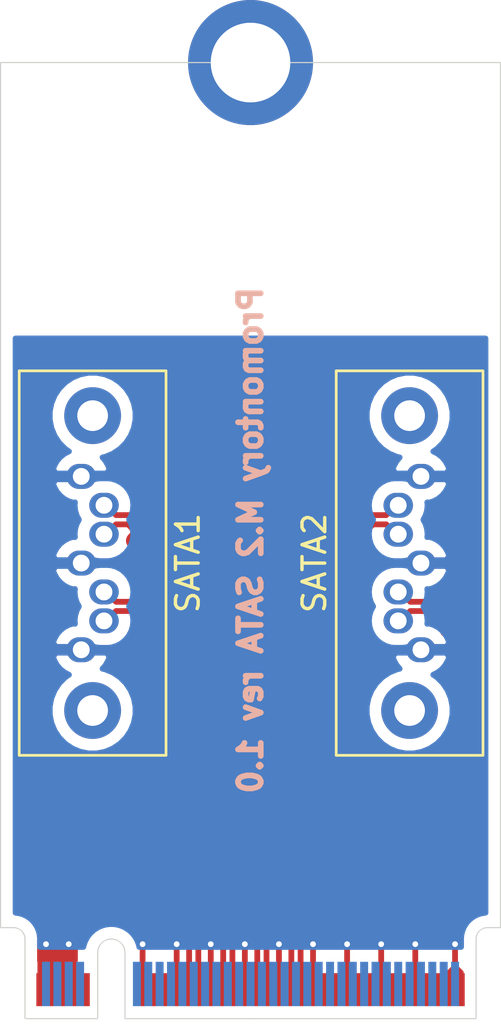
<source format=kicad_pcb>
(kicad_pcb (version 20171130) (host pcbnew "(5.1.9)-1")

  (general
    (thickness 0.8)
    (drawings 4)
    (tracks 217)
    (zones 0)
    (modules 4)
    (nets 55)
  )

  (page A4)
  (layers
    (0 F.Cu signal)
    (31 B.Cu signal)
    (36 B.SilkS user)
    (37 F.SilkS user)
    (38 B.Mask user)
    (39 F.Mask user)
    (40 Dwgs.User user)
    (41 Cmts.User user)
    (44 Edge.Cuts user)
    (45 Margin user)
    (46 B.CrtYd user)
    (47 F.CrtYd user)
    (48 B.Fab user hide)
    (49 F.Fab user hide)
  )

  (setup
    (last_trace_width 0.1524)
    (user_trace_width 0.254)
    (trace_clearance 0.1524)
    (zone_clearance 0.508)
    (zone_45_only no)
    (trace_min 0.1524)
    (via_size 0.508)
    (via_drill 0.254)
    (via_min_size 0.508)
    (via_min_drill 0.254)
    (user_via 0.508 0.254)
    (uvia_size 0.3)
    (uvia_drill 0.1)
    (uvias_allowed no)
    (uvia_min_size 0)
    (uvia_min_drill 0)
    (edge_width 0.05)
    (segment_width 0.2)
    (pcb_text_width 0.3)
    (pcb_text_size 1.5 1.5)
    (mod_edge_width 0.12)
    (mod_text_size 1 1)
    (mod_text_width 0.15)
    (pad_size 5.5 5.5)
    (pad_drill 3.5)
    (pad_to_mask_clearance 0.0508)
    (aux_axis_origin 0 0)
    (grid_origin 90 120)
    (visible_elements 7FFFFFFF)
    (pcbplotparams
      (layerselection 0x010fc_ffffffff)
      (usegerberextensions false)
      (usegerberattributes true)
      (usegerberadvancedattributes true)
      (creategerberjobfile true)
      (excludeedgelayer true)
      (linewidth 0.100000)
      (plotframeref false)
      (viasonmask false)
      (mode 1)
      (useauxorigin false)
      (hpglpennumber 1)
      (hpglpenspeed 20)
      (hpglpendiameter 15.000000)
      (psnegative false)
      (psa4output false)
      (plotreference true)
      (plotvalue true)
      (plotinvisibletext false)
      (padsonsilk false)
      (subtractmaskfromsilk false)
      (outputformat 1)
      (mirror false)
      (drillshape 1)
      (scaleselection 1)
      (outputdirectory ""))
  )

  (net 0 "")
  (net 1 GND)
  (net 2 /SATA2_B+)
  (net 3 /SATA2_B-)
  (net 4 /SATA2_A-)
  (net 5 /SATA2_A+)
  (net 6 /SATA1_B+)
  (net 7 /SATA1_B-)
  (net 8 /SATA1_A-)
  (net 9 /SATA1_A+)
  (net 10 "Net-(EDGE1-Pad2)")
  (net 11 "Net-(EDGE1-Pad4)")
  (net 12 "Net-(EDGE1-Pad5)")
  (net 13 "Net-(EDGE1-Pad6)")
  (net 14 "Net-(EDGE1-Pad7)")
  (net 15 "Net-(EDGE1-Pad8)")
  (net 16 "Net-(EDGE1-Pad10)")
  (net 17 "Net-(EDGE1-Pad11)")
  (net 18 "Net-(EDGE1-Pad12)")
  (net 19 "Net-(EDGE1-Pad13)")
  (net 20 "Net-(EDGE1-Pad14)")
  (net 21 "Net-(EDGE1-Pad16)")
  (net 22 "Net-(EDGE1-Pad17)")
  (net 23 "Net-(EDGE1-Pad18)")
  (net 24 "Net-(EDGE1-Pad19)")
  (net 25 "Net-(EDGE1-Pad20)")
  (net 26 "Net-(EDGE1-Pad22)")
  (net 27 "Net-(EDGE1-Pad23)")
  (net 28 "Net-(EDGE1-Pad24)")
  (net 29 "Net-(EDGE1-Pad25)")
  (net 30 "Net-(EDGE1-Pad26)")
  (net 31 "Net-(EDGE1-Pad28)")
  (net 32 "Net-(EDGE1-Pad30)")
  (net 33 "Net-(EDGE1-Pad32)")
  (net 34 "Net-(EDGE1-Pad34)")
  (net 35 "Net-(EDGE1-Pad36)")
  (net 36 "Net-(EDGE1-Pad38)")
  (net 37 "Net-(EDGE1-Pad40)")
  (net 38 "Net-(EDGE1-Pad42)")
  (net 39 "Net-(EDGE1-Pad44)")
  (net 40 "Net-(EDGE1-Pad46)")
  (net 41 "Net-(EDGE1-Pad48)")
  (net 42 "Net-(EDGE1-Pad50)")
  (net 43 "Net-(EDGE1-Pad52)")
  (net 44 "Net-(EDGE1-Pad53)")
  (net 45 "Net-(EDGE1-Pad54)")
  (net 46 "Net-(EDGE1-Pad55)")
  (net 47 "Net-(EDGE1-Pad56)")
  (net 48 "Net-(EDGE1-Pad58)")
  (net 49 "Net-(EDGE1-Pad67)")
  (net 50 "Net-(EDGE1-Pad68)")
  (net 51 "Net-(EDGE1-Pad70)")
  (net 52 "Net-(EDGE1-Pad72)")
  (net 53 "Net-(EDGE1-Pad74)")
  (net 54 "Net-(H1-Pad1)")

  (net_class Default "This is the default net class."
    (clearance 0.1524)
    (trace_width 0.1524)
    (via_dia 0.508)
    (via_drill 0.254)
    (uvia_dia 0.3)
    (uvia_drill 0.1)
    (diff_pair_width 0.2)
    (diff_pair_gap 0.2)
    (add_net GND)
    (add_net "Net-(EDGE1-Pad10)")
    (add_net "Net-(EDGE1-Pad11)")
    (add_net "Net-(EDGE1-Pad12)")
    (add_net "Net-(EDGE1-Pad13)")
    (add_net "Net-(EDGE1-Pad14)")
    (add_net "Net-(EDGE1-Pad16)")
    (add_net "Net-(EDGE1-Pad17)")
    (add_net "Net-(EDGE1-Pad18)")
    (add_net "Net-(EDGE1-Pad19)")
    (add_net "Net-(EDGE1-Pad2)")
    (add_net "Net-(EDGE1-Pad20)")
    (add_net "Net-(EDGE1-Pad22)")
    (add_net "Net-(EDGE1-Pad23)")
    (add_net "Net-(EDGE1-Pad24)")
    (add_net "Net-(EDGE1-Pad25)")
    (add_net "Net-(EDGE1-Pad26)")
    (add_net "Net-(EDGE1-Pad28)")
    (add_net "Net-(EDGE1-Pad30)")
    (add_net "Net-(EDGE1-Pad32)")
    (add_net "Net-(EDGE1-Pad34)")
    (add_net "Net-(EDGE1-Pad36)")
    (add_net "Net-(EDGE1-Pad38)")
    (add_net "Net-(EDGE1-Pad4)")
    (add_net "Net-(EDGE1-Pad40)")
    (add_net "Net-(EDGE1-Pad42)")
    (add_net "Net-(EDGE1-Pad44)")
    (add_net "Net-(EDGE1-Pad46)")
    (add_net "Net-(EDGE1-Pad48)")
    (add_net "Net-(EDGE1-Pad5)")
    (add_net "Net-(EDGE1-Pad50)")
    (add_net "Net-(EDGE1-Pad52)")
    (add_net "Net-(EDGE1-Pad53)")
    (add_net "Net-(EDGE1-Pad54)")
    (add_net "Net-(EDGE1-Pad55)")
    (add_net "Net-(EDGE1-Pad56)")
    (add_net "Net-(EDGE1-Pad58)")
    (add_net "Net-(EDGE1-Pad6)")
    (add_net "Net-(EDGE1-Pad67)")
    (add_net "Net-(EDGE1-Pad68)")
    (add_net "Net-(EDGE1-Pad7)")
    (add_net "Net-(EDGE1-Pad70)")
    (add_net "Net-(EDGE1-Pad72)")
    (add_net "Net-(EDGE1-Pad74)")
    (add_net "Net-(EDGE1-Pad8)")
    (add_net "Net-(H1-Pad1)")
  )

  (net_class DP ""
    (clearance 0.1524)
    (trace_width 0.254)
    (via_dia 0.508)
    (via_drill 0.254)
    (uvia_dia 0.3)
    (uvia_drill 0.1)
    (diff_pair_width 0.254)
    (diff_pair_gap 0.1524)
    (add_net /SATA1_A+)
    (add_net /SATA1_A-)
    (add_net /SATA1_B+)
    (add_net /SATA1_B-)
    (add_net /SATA2_A+)
    (add_net /SATA2_A-)
    (add_net /SATA2_B+)
    (add_net /SATA2_B-)
  )

  (module m2-dual-sata:m2-hole (layer F.Cu) (tedit 607A76C5) (tstamp 607AF8CE)
    (at 101 78)
    (path /607D7C64)
    (fp_text reference H1 (at 0 6) (layer F.SilkS) hide
      (effects (font (size 1 1) (thickness 0.15)))
    )
    (fp_text value MountingHole_Pad (at 0 4) (layer F.Fab)
      (effects (font (size 1 1) (thickness 0.15)))
    )
    (pad 1 thru_hole circle (at 0 0) (size 5.5 5.5) (drill 3.5) (layers *.Cu *.Mask)
      (net 54 "Net-(H1-Pad1)"))
  )

  (module m2-dual-sata:SATA-7_THT_VERT_1 (layer F.Cu) (tedit 607998F8) (tstamp 6079F46E)
    (at 108.5 100 90)
    (path /607BE2A0)
    (fp_text reference SATA2 (at 0 -4.69 270) (layer F.SilkS)
      (effects (font (size 1 1) (thickness 0.15)))
    )
    (fp_text value SATA (at 0 -2.79 270) (layer F.Fab)
      (effects (font (size 1 1) (thickness 0.15)))
    )
    (fp_line (start 8.7 2.98) (end -8.7 2.98) (layer F.CrtYd) (width 0.05))
    (fp_line (start 8.7 2.98) (end 8.7 -3.98) (layer F.CrtYd) (width 0.05))
    (fp_line (start -8.7 -3.98) (end -8.7 2.98) (layer F.CrtYd) (width 0.05))
    (fp_line (start -8.7 -3.98) (end 8.7 -3.98) (layer F.CrtYd) (width 0.05))
    (fp_line (start -8.45 2.73) (end -8.45 -3.73) (layer F.SilkS) (width 0.12))
    (fp_line (start 8.45 2.73) (end -8.45 2.73) (layer F.SilkS) (width 0.12))
    (fp_line (start 8.45 -3.73) (end 8.45 2.73) (layer F.SilkS) (width 0.12))
    (fp_line (start -8.45 -3.73) (end 8.45 -3.73) (layer F.SilkS) (width 0.12))
    (pad 9 thru_hole circle (at 6.48 -0.5 90) (size 2.5 2.5) (drill 1.35) (layers *.Cu *.Mask))
    (pad 2 thru_hole oval (at 2.54 -1 90) (size 1.1 1.3) (drill 0.74) (layers *.Cu *.Mask)
      (net 5 /SATA2_A+))
    (pad 8 thru_hole circle (at -6.48 -0.5 90) (size 2.5 2.5) (drill 1.35) (layers *.Cu *.Mask))
    (pad 3 thru_hole oval (at 1.27 -1 90) (size 1.1 1.3) (drill 0.74) (layers *.Cu *.Mask)
      (net 4 /SATA2_A-))
    (pad 5 thru_hole oval (at -1.27 -1 90) (size 1.1 1.3) (drill 0.74) (layers *.Cu *.Mask)
      (net 3 /SATA2_B-))
    (pad 6 thru_hole oval (at -2.54 -1 90) (size 1.1 1.3) (drill 0.74) (layers *.Cu *.Mask)
      (net 2 /SATA2_B+))
    (pad 7 thru_hole oval (at -3.81 0 90) (size 1.1 1.3) (drill 0.74) (layers *.Cu *.Mask)
      (net 1 GND))
    (pad 4 thru_hole oval (at 0 0 90) (size 1.1 1.3) (drill 0.74) (layers *.Cu *.Mask)
      (net 1 GND))
    (pad 1 thru_hole oval (at 3.81 0 90) (size 1.1 1.3) (drill 0.74) (layers *.Cu *.Mask)
      (net 1 GND))
  )

  (module m2-dual-sata:SATA-7_THT_VERT_1 (layer F.Cu) (tedit 607998BE) (tstamp 6083CDD3)
    (at 93.5 100 270)
    (path /607C02C1)
    (fp_text reference SATA1 (at 0 -4.7408 270) (layer F.SilkS)
      (effects (font (size 1 1) (thickness 0.15)))
    )
    (fp_text value SATA1 (at 0 -2.8408 270) (layer F.Fab)
      (effects (font (size 1 1) (thickness 0.15)))
    )
    (fp_line (start -8.45 -3.7808) (end 8.45 -3.7808) (layer F.SilkS) (width 0.12))
    (fp_line (start 8.45 -3.7808) (end 8.45 2.6792) (layer F.SilkS) (width 0.12))
    (fp_line (start 8.45 2.6792) (end -8.45 2.6792) (layer F.SilkS) (width 0.12))
    (fp_line (start -8.45 2.6792) (end -8.45 -3.7808) (layer F.SilkS) (width 0.12))
    (fp_line (start -8.7 -4.0308) (end 8.7 -4.0308) (layer F.CrtYd) (width 0.05))
    (fp_line (start -8.7 -4.0308) (end -8.7 2.9292) (layer F.CrtYd) (width 0.05))
    (fp_line (start 8.7 2.9292) (end 8.7 -4.0308) (layer F.CrtYd) (width 0.05))
    (fp_line (start 8.7 2.9292) (end -8.7 2.9292) (layer F.CrtYd) (width 0.05))
    (pad 1 thru_hole oval (at 3.81 -0.0508 270) (size 1.1 1.3) (drill 0.74) (layers *.Cu *.Mask)
      (net 1 GND))
    (pad 4 thru_hole oval (at 0 -0.0508 270) (size 1.1 1.3) (drill 0.74) (layers *.Cu *.Mask)
      (net 1 GND))
    (pad 7 thru_hole oval (at -3.81 -0.0508 270) (size 1.1 1.3) (drill 0.74) (layers *.Cu *.Mask)
      (net 1 GND))
    (pad 6 thru_hole oval (at -2.54 -1.0508 270) (size 1.1 1.3) (drill 0.74) (layers *.Cu *.Mask)
      (net 6 /SATA1_B+))
    (pad 5 thru_hole oval (at -1.27 -1.0508 270) (size 1.1 1.3) (drill 0.74) (layers *.Cu *.Mask)
      (net 7 /SATA1_B-))
    (pad 3 thru_hole oval (at 1.27 -1.0508 270) (size 1.1 1.3) (drill 0.74) (layers *.Cu *.Mask)
      (net 8 /SATA1_A-))
    (pad 8 thru_hole circle (at -6.48 -0.5508 270) (size 2.5 2.5) (drill 1.35) (layers *.Cu *.Mask))
    (pad 2 thru_hole oval (at 2.54 -1.0508 270) (size 1.1 1.3) (drill 0.74) (layers *.Cu *.Mask)
      (net 9 /SATA1_A+))
    (pad 9 thru_hole circle (at 6.48 -0.5508 270) (size 2.5 2.5) (drill 1.35) (layers *.Cu *.Mask))
  )

  (module m2-dual-sata:NGFF_M (layer F.Cu) (tedit 607A5BA3) (tstamp 6079F4DA)
    (at 101 120.025)
    (path /6079849A)
    (clearance 0.1)
    (fp_text reference EDGE1 (at 0 4) (layer F.SilkS) hide
      (effects (font (size 1 1) (thickness 0.15)))
    )
    (fp_text value "M.2 Key M" (at 0 2) (layer F.Fab)
      (effects (font (size 1 1) (thickness 0.15)))
    )
    (fp_poly (pts (xy -5.525 0) (xy 9.925 0) (xy 9.925 -2.5) (xy -5.525 -2.5)) (layer B.Mask) (width 0.1))
    (fp_poly (pts (xy -5.525 0) (xy 9.925 0) (xy 9.925 -2) (xy -5.525 -2)) (layer F.Mask) (width 0.1))
    (fp_poly (pts (xy -9.925 0) (xy -6.725 0) (xy -6.725 -2.5) (xy -9.925 -2.5)) (layer B.Mask) (width 0.1))
    (fp_poly (pts (xy -9.925 0) (xy -6.725 0) (xy -6.725 -2) (xy -9.925 -2)) (layer F.Mask) (width 0.1))
    (fp_line (start 10.425 -4) (end 11 -4) (layer Edge.Cuts) (width 0.05))
    (fp_line (start 9.925 0) (end 9.925 -3.5) (layer Edge.Cuts) (width 0.05))
    (fp_line (start 0 0) (end 9.925 0) (layer Edge.Cuts) (width 0.05))
    (fp_line (start -5.525 0) (end 0 0) (layer Edge.Cuts) (width 0.05))
    (fp_line (start -5.525 -2.9) (end -5.525 0) (layer Edge.Cuts) (width 0.05))
    (fp_line (start -6.725 0) (end -6.725 -2.9) (layer Edge.Cuts) (width 0.05))
    (fp_line (start -9.925 0) (end -6.725 0) (layer Edge.Cuts) (width 0.05))
    (fp_line (start -9.925 -3.5) (end -9.925 0) (layer Edge.Cuts) (width 0.05))
    (fp_line (start -11 -4) (end -10.425 -4) (layer Edge.Cuts) (width 0.05))
    (fp_arc (start -10.425 -3.5) (end -10.425 -4) (angle 90) (layer Edge.Cuts) (width 0.05))
    (fp_arc (start -6.125 -2.9) (end -6.725 -2.9) (angle 180) (layer Edge.Cuts) (width 0.05))
    (fp_arc (start 10.425 -3.5) (end 9.925 -3.5) (angle 90) (layer Edge.Cuts) (width 0.05))
    (pad 1 smd rect (at 9.25 -1.275) (size 0.35 1.45) (layers F.Cu)
      (net 1 GND))
    (pad 2 smd rect (at 9 -1.525) (size 0.35 1.95) (layers B.Cu)
      (net 10 "Net-(EDGE1-Pad2)"))
    (pad 3 smd rect (at 8.75 -1.275) (size 0.35 1.45) (layers F.Cu)
      (net 1 GND))
    (pad 4 smd rect (at 8.5 -1.525) (size 0.35 1.95) (layers B.Cu)
      (net 11 "Net-(EDGE1-Pad4)"))
    (pad 5 smd rect (at 8.25 -1.275) (size 0.35 1.45) (layers F.Cu)
      (net 12 "Net-(EDGE1-Pad5)"))
    (pad 6 smd rect (at 8 -1.525) (size 0.35 1.95) (layers B.Cu)
      (net 13 "Net-(EDGE1-Pad6)"))
    (pad 7 smd rect (at 7.75 -1.275) (size 0.35 1.45) (layers F.Cu)
      (net 14 "Net-(EDGE1-Pad7)"))
    (pad 8 smd rect (at 7.5 -1.525) (size 0.35 1.95) (layers B.Cu)
      (net 15 "Net-(EDGE1-Pad8)"))
    (pad 9 smd rect (at 7.25 -1.275) (size 0.35 1.45) (layers F.Cu)
      (net 1 GND))
    (pad 10 smd rect (at 7 -1.525) (size 0.35 1.95) (layers B.Cu)
      (net 16 "Net-(EDGE1-Pad10)"))
    (pad 11 smd rect (at 6.75 -1.275) (size 0.35 1.45) (layers F.Cu)
      (net 17 "Net-(EDGE1-Pad11)"))
    (pad 12 smd rect (at 6.5 -1.525) (size 0.35 1.95) (layers B.Cu)
      (net 18 "Net-(EDGE1-Pad12)"))
    (pad 13 smd rect (at 6.25 -1.275) (size 0.35 1.45) (layers F.Cu)
      (net 19 "Net-(EDGE1-Pad13)"))
    (pad 14 smd rect (at 6 -1.525) (size 0.35 1.95) (layers B.Cu)
      (net 20 "Net-(EDGE1-Pad14)"))
    (pad 15 smd rect (at 5.75 -1.275) (size 0.35 1.45) (layers F.Cu)
      (net 1 GND))
    (pad 16 smd rect (at 5.5 -1.525) (size 0.35 1.95) (layers B.Cu)
      (net 21 "Net-(EDGE1-Pad16)"))
    (pad 17 smd rect (at 5.25 -1.275) (size 0.35 1.45) (layers F.Cu)
      (net 22 "Net-(EDGE1-Pad17)"))
    (pad 18 smd rect (at 5 -1.525) (size 0.35 1.95) (layers B.Cu)
      (net 23 "Net-(EDGE1-Pad18)"))
    (pad 19 smd rect (at 4.75 -1.275) (size 0.35 1.45) (layers F.Cu)
      (net 24 "Net-(EDGE1-Pad19)"))
    (pad 20 smd rect (at 4.5 -1.525) (size 0.35 1.95) (layers B.Cu)
      (net 25 "Net-(EDGE1-Pad20)"))
    (pad 21 smd rect (at 4.25 -1.275) (size 0.35 1.45) (layers F.Cu)
      (net 1 GND))
    (pad 22 smd rect (at 4 -1.525) (size 0.35 1.95) (layers B.Cu)
      (net 26 "Net-(EDGE1-Pad22)"))
    (pad 23 smd rect (at 3.75 -1.275) (size 0.35 1.45) (layers F.Cu)
      (net 27 "Net-(EDGE1-Pad23)"))
    (pad 24 smd rect (at 3.5 -1.525) (size 0.35 1.95) (layers B.Cu)
      (net 28 "Net-(EDGE1-Pad24)"))
    (pad 25 smd rect (at 3.25 -1.275) (size 0.35 1.45) (layers F.Cu)
      (net 29 "Net-(EDGE1-Pad25)"))
    (pad 26 smd rect (at 3 -1.525) (size 0.35 1.95) (layers B.Cu)
      (net 30 "Net-(EDGE1-Pad26)"))
    (pad 27 smd rect (at 2.75 -1.275) (size 0.35 1.45) (layers F.Cu)
      (net 1 GND))
    (pad 28 smd rect (at 2.5 -1.525) (size 0.35 1.95) (layers B.Cu)
      (net 31 "Net-(EDGE1-Pad28)"))
    (pad 29 smd rect (at 2.25 -1.275) (size 0.35 1.45) (layers F.Cu)
      (net 3 /SATA2_B-))
    (pad 30 smd rect (at 2 -1.525) (size 0.35 1.95) (layers B.Cu)
      (net 32 "Net-(EDGE1-Pad30)"))
    (pad 31 smd rect (at 1.75 -1.275) (size 0.35 1.45) (layers F.Cu)
      (net 2 /SATA2_B+))
    (pad 32 smd rect (at 1.5 -1.525) (size 0.35 1.95) (layers B.Cu)
      (net 33 "Net-(EDGE1-Pad32)"))
    (pad 33 smd rect (at 1.25 -1.275) (size 0.35 1.45) (layers F.Cu)
      (net 1 GND))
    (pad 34 smd rect (at 1 -1.525) (size 0.35 1.95) (layers B.Cu)
      (net 34 "Net-(EDGE1-Pad34)"))
    (pad 35 smd rect (at 0.75 -1.275) (size 0.35 1.45) (layers F.Cu)
      (net 4 /SATA2_A-))
    (pad 36 smd rect (at 0.5 -1.525) (size 0.35 1.95) (layers B.Cu)
      (net 35 "Net-(EDGE1-Pad36)"))
    (pad 37 smd rect (at 0.25 -1.275) (size 0.35 1.45) (layers F.Cu)
      (net 5 /SATA2_A+))
    (pad 38 smd rect (at 0 -1.525) (size 0.35 1.95) (layers B.Cu)
      (net 36 "Net-(EDGE1-Pad38)"))
    (pad 39 smd rect (at -0.25 -1.275) (size 0.35 1.45) (layers F.Cu)
      (net 1 GND))
    (pad 40 smd rect (at -0.5 -1.525) (size 0.35 1.95) (layers B.Cu)
      (net 37 "Net-(EDGE1-Pad40)"))
    (pad 41 smd rect (at -0.75 -1.275) (size 0.35 1.45) (layers F.Cu)
      (net 6 /SATA1_B+))
    (pad 42 smd rect (at -1 -1.525) (size 0.35 1.95) (layers B.Cu)
      (net 38 "Net-(EDGE1-Pad42)"))
    (pad 43 smd rect (at -1.25 -1.275) (size 0.35 1.45) (layers F.Cu)
      (net 7 /SATA1_B-))
    (pad 44 smd rect (at -1.5 -1.525) (size 0.35 1.95) (layers B.Cu)
      (net 39 "Net-(EDGE1-Pad44)"))
    (pad 45 smd rect (at -1.75 -1.275) (size 0.35 1.45) (layers F.Cu)
      (net 1 GND))
    (pad 46 smd rect (at -2 -1.525) (size 0.35 1.95) (layers B.Cu)
      (net 40 "Net-(EDGE1-Pad46)"))
    (pad 47 smd rect (at -2.25 -1.275) (size 0.35 1.45) (layers F.Cu)
      (net 8 /SATA1_A-))
    (pad 48 smd rect (at -2.5 -1.525) (size 0.35 1.95) (layers B.Cu)
      (net 41 "Net-(EDGE1-Pad48)"))
    (pad 49 smd rect (at -2.75 -1.275) (size 0.35 1.45) (layers F.Cu)
      (net 9 /SATA1_A+))
    (pad 50 smd rect (at -3 -1.525) (size 0.35 1.95) (layers B.Cu)
      (net 42 "Net-(EDGE1-Pad50)"))
    (pad 51 smd rect (at -3.25 -1.275) (size 0.35 1.45) (layers F.Cu)
      (net 1 GND))
    (pad 52 smd rect (at -3.5 -1.525) (size 0.35 1.95) (layers B.Cu)
      (net 43 "Net-(EDGE1-Pad52)"))
    (pad 53 smd rect (at -3.75 -1.275) (size 0.35 1.45) (layers F.Cu)
      (net 44 "Net-(EDGE1-Pad53)"))
    (pad 54 smd rect (at -4 -1.525) (size 0.35 1.95) (layers B.Cu)
      (net 45 "Net-(EDGE1-Pad54)"))
    (pad 55 smd rect (at -4.25 -1.275) (size 0.35 1.45) (layers F.Cu)
      (net 46 "Net-(EDGE1-Pad55)"))
    (pad 56 smd rect (at -4.5 -1.525) (size 0.35 1.95) (layers B.Cu)
      (net 47 "Net-(EDGE1-Pad56)"))
    (pad 57 smd rect (at -4.75 -1.275) (size 0.35 1.45) (layers F.Cu)
      (net 1 GND))
    (pad 58 smd rect (at -5 -1.525) (size 0.35 1.95) (layers B.Cu)
      (net 48 "Net-(EDGE1-Pad58)"))
    (pad 67 smd rect (at -7.25 -1.275) (size 0.35 1.45) (layers F.Cu)
      (net 49 "Net-(EDGE1-Pad67)"))
    (pad 68 smd rect (at -7.5 -1.525) (size 0.35 1.95) (layers B.Cu)
      (net 50 "Net-(EDGE1-Pad68)"))
    (pad 69 smd rect (at -7.75 -1.275) (size 0.35 1.45) (layers F.Cu)
      (net 1 GND))
    (pad 70 smd rect (at -8 -1.525) (size 0.35 1.95) (layers B.Cu)
      (net 51 "Net-(EDGE1-Pad70)"))
    (pad 71 smd rect (at -8.25 -1.275) (size 0.35 1.45) (layers F.Cu)
      (net 1 GND))
    (pad 72 smd rect (at -8.5 -1.525) (size 0.35 1.95) (layers B.Cu)
      (net 52 "Net-(EDGE1-Pad72)"))
    (pad 73 smd rect (at -8.75 -1.275) (size 0.35 1.45) (layers F.Cu)
      (net 1 GND))
    (pad 74 smd rect (at -9 -1.525) (size 0.35 1.95) (layers B.Cu)
      (net 53 "Net-(EDGE1-Pad74)"))
    (pad 75 smd rect (at -9.25 -1.275) (size 0.35 1.45) (layers F.Cu)
      (net 1 GND))
  )

  (gr_text "Promontory M.2 SATA rev 1.0" (at 101 99 90) (layer B.SilkS)
    (effects (font (size 1 1) (thickness 0.25)) (justify mirror))
  )
  (gr_line (start 90 78) (end 112 78) (layer Edge.Cuts) (width 0.05))
  (gr_line (start 112 78) (end 112 116.025) (layer Edge.Cuts) (width 0.05))
  (gr_line (start 90 116.025) (end 90 78) (layer Edge.Cuts) (width 0.05))

  (via (at 93 116.75) (size 0.508) (drill 0.254) (layers F.Cu B.Cu) (net 1) (tstamp 607B369D))
  (via (at 92 116.75) (size 0.508) (drill 0.254) (layers F.Cu B.Cu) (net 1))
  (segment (start 109.75 118.75) (end 109.75 118) (width 0.254) (layer F.Cu) (net 1) (status 10))
  (segment (start 109.75 118) (end 110 117.75) (width 0.254) (layer F.Cu) (net 1))
  (segment (start 110.25 118) (end 110 117.75) (width 0.254) (layer F.Cu) (net 1))
  (segment (start 110.25 118.75) (end 110.25 118) (width 0.254) (layer F.Cu) (net 1) (status 10))
  (segment (start 96.25 118.75) (end 96.25 116.75) (width 0.254) (layer F.Cu) (net 1) (status 10))
  (via (at 96.25 116.75) (size 0.508) (drill 0.254) (layers F.Cu B.Cu) (net 1))
  (via (at 97.75 116.75) (size 0.508) (drill 0.254) (layers F.Cu B.Cu) (net 1))
  (segment (start 97.75 118.75) (end 97.75 116.75) (width 0.254) (layer F.Cu) (net 1) (status 10))
  (segment (start 99.25 118.75) (end 99.25 116.75) (width 0.254) (layer F.Cu) (net 1) (status 10))
  (via (at 99.25 116.75) (size 0.508) (drill 0.254) (layers F.Cu B.Cu) (net 1))
  (segment (start 100.75 118.75) (end 100.75 116.75) (width 0.254) (layer F.Cu) (net 1) (status 10))
  (via (at 100.75 116.75) (size 0.508) (drill 0.254) (layers F.Cu B.Cu) (net 1))
  (segment (start 102.25 118.75) (end 102.25 116.75) (width 0.254) (layer F.Cu) (net 1) (status 10))
  (via (at 102.25 116.75) (size 0.508) (drill 0.254) (layers F.Cu B.Cu) (net 1))
  (segment (start 103.75 118.75) (end 103.75 116.75) (width 0.254) (layer F.Cu) (net 1) (status 10))
  (via (at 103.75 116.75) (size 0.508) (drill 0.254) (layers F.Cu B.Cu) (net 1))
  (via (at 105.25 116.75) (size 0.508) (drill 0.254) (layers F.Cu B.Cu) (net 1))
  (segment (start 105.25 118.75) (end 105.25 116.75) (width 0.254) (layer F.Cu) (net 1) (status 10))
  (via (at 106.75 116.75) (size 0.508) (drill 0.254) (layers F.Cu B.Cu) (net 1))
  (segment (start 106.75 118.75) (end 106.75 116.75) (width 0.254) (layer F.Cu) (net 1) (status 10))
  (via (at 108.25 116.75) (size 0.508) (drill 0.254) (layers F.Cu B.Cu) (net 1))
  (segment (start 108.25 118.75) (end 108.25 116.75) (width 0.254) (layer F.Cu) (net 1) (status 10))
  (via (at 110 116.75) (size 0.508) (drill 0.254) (layers F.Cu B.Cu) (net 1))
  (segment (start 110 117.75) (end 110 116.750002) (width 0.254) (layer F.Cu) (net 1))
  (segment (start 91.75 117) (end 92 116.75) (width 0.254) (layer F.Cu) (net 1))
  (segment (start 91.75 118.75) (end 91.75 117) (width 0.254) (layer F.Cu) (net 1) (status 10))
  (segment (start 92.25 117) (end 92 116.75) (width 0.254) (layer F.Cu) (net 1))
  (segment (start 92.25 118.75) (end 92.25 117) (width 0.254) (layer F.Cu) (net 1) (status 10))
  (segment (start 92.75 117) (end 93 116.75) (width 0.254) (layer F.Cu) (net 1))
  (segment (start 92.75 118.75) (end 92.75 117) (width 0.254) (layer F.Cu) (net 1) (status 10))
  (segment (start 93.25 117) (end 93 116.75) (width 0.254) (layer F.Cu) (net 1))
  (segment (start 93.25 118.75) (end 93.25 117) (width 0.254) (layer F.Cu) (net 1) (status 10))
  (segment (start 102.75 117.662499) (end 102.75 118.75) (width 0.254) (layer F.Cu) (net 2) (status 20))
  (segment (start 102.7968 117.615699) (end 102.75 117.662499) (width 0.254) (layer F.Cu) (net 2))
  (segment (start 110.7968 106.91583) (end 102.7968 114.91583) (width 0.254) (layer F.Cu) (net 2))
  (segment (start 110.7968 103.58417) (end 110.7968 106.91583) (width 0.254) (layer F.Cu) (net 2))
  (segment (start 110.274735 103.062105) (end 110.7968 103.58417) (width 0.254) (layer F.Cu) (net 2))
  (segment (start 110.230266 103.026642) (end 110.274735 103.062105) (width 0.254) (layer F.Cu) (net 2))
  (segment (start 110.17902 103.001963) (end 110.230266 103.026642) (width 0.254) (layer F.Cu) (net 2))
  (segment (start 110.123568 102.989307) (end 110.17902 103.001963) (width 0.254) (layer F.Cu) (net 2))
  (segment (start 110.011239 103.001963) (end 110.066691 102.989307) (width 0.254) (layer F.Cu) (net 2))
  (segment (start 109.522098 102.737111) (end 109.486635 102.78158) (width 0.254) (layer F.Cu) (net 2))
  (segment (start 109.486635 103.051853) (end 109.522098 103.096322) (width 0.254) (layer F.Cu) (net 2))
  (segment (start 109.591777 102.658426) (end 109.556315 102.702895) (width 0.254) (layer F.Cu) (net 2))
  (segment (start 109.629112 102.551729) (end 109.616456 102.607181) (width 0.254) (layer F.Cu) (net 2))
  (segment (start 109.616456 102.439399) (end 109.629112 102.494851) (width 0.254) (layer F.Cu) (net 2))
  (segment (start 109.881308 103.096322) (end 109.915524 103.062105) (width 0.254) (layer F.Cu) (net 2))
  (segment (start 109.556315 102.702895) (end 109.522098 102.737111) (width 0.254) (layer F.Cu) (net 2))
  (segment (start 109.959993 103.026642) (end 110.011239 103.001963) (width 0.254) (layer F.Cu) (net 2))
  (segment (start 109.591777 102.388153) (end 109.616456 102.439399) (width 0.254) (layer F.Cu) (net 2))
  (segment (start 109.616456 102.607181) (end 109.591777 102.658426) (width 0.254) (layer F.Cu) (net 2))
  (segment (start 109.915524 103.062105) (end 109.959993 103.026642) (width 0.254) (layer F.Cu) (net 2))
  (segment (start 109.32083 102.1082) (end 109.556315 102.343685) (width 0.254) (layer F.Cu) (net 2))
  (segment (start 109.673264 103.169119) (end 109.730142 103.169119) (width 0.254) (layer F.Cu) (net 2))
  (segment (start 108.0318 102.1082) (end 109.32083 102.1082) (width 0.254) (layer F.Cu) (net 2))
  (segment (start 109.556315 102.343685) (end 109.591777 102.388153) (width 0.254) (layer F.Cu) (net 2))
  (segment (start 107.6 102.54) (end 108.0318 102.1082) (width 0.254) (layer F.Cu) (net 2) (status 10))
  (segment (start 109.629112 102.494851) (end 109.629112 102.551729) (width 0.254) (layer F.Cu) (net 2))
  (segment (start 107.5 102.54) (end 107.6 102.54) (width 0.254) (layer F.Cu) (net 2) (status 30))
  (segment (start 109.4493 102.888278) (end 109.4493 102.945155) (width 0.254) (layer F.Cu) (net 2))
  (segment (start 109.486635 102.78158) (end 109.461956 102.832826) (width 0.254) (layer F.Cu) (net 2))
  (segment (start 109.461956 103.000607) (end 109.486635 103.051853) (width 0.254) (layer F.Cu) (net 2))
  (segment (start 109.461956 102.832826) (end 109.4493 102.888278) (width 0.254) (layer F.Cu) (net 2))
  (segment (start 110.066691 102.989307) (end 110.123568 102.989307) (width 0.254) (layer F.Cu) (net 2))
  (segment (start 109.4493 102.945155) (end 109.461956 103.000607) (width 0.254) (layer F.Cu) (net 2))
  (segment (start 102.7968 114.91583) (end 102.7968 117.615699) (width 0.254) (layer F.Cu) (net 2))
  (segment (start 109.522098 103.096322) (end 109.566566 103.131784) (width 0.254) (layer F.Cu) (net 2))
  (segment (start 109.566566 103.131784) (end 109.617812 103.156463) (width 0.254) (layer F.Cu) (net 2))
  (segment (start 109.617812 103.156463) (end 109.673264 103.169119) (width 0.254) (layer F.Cu) (net 2))
  (segment (start 109.730142 103.169119) (end 109.785594 103.156463) (width 0.254) (layer F.Cu) (net 2))
  (segment (start 109.785594 103.156463) (end 109.836839 103.131784) (width 0.254) (layer F.Cu) (net 2))
  (segment (start 109.836839 103.131784) (end 109.881308 103.096322) (width 0.254) (layer F.Cu) (net 2))
  (segment (start 111.2032 103.41583) (end 109.48917 101.7018) (width 0.254) (layer F.Cu) (net 3))
  (segment (start 111.2032 107.08417) (end 111.2032 103.41583) (width 0.254) (layer F.Cu) (net 3))
  (segment (start 103.2032 117.615699) (end 103.2032 115.08417) (width 0.254) (layer F.Cu) (net 3))
  (segment (start 103.25 118.75) (end 103.25 117.662499) (width 0.254) (layer F.Cu) (net 3) (status 10))
  (segment (start 103.25 117.662499) (end 103.2032 117.615699) (width 0.254) (layer F.Cu) (net 3))
  (segment (start 103.2032 115.08417) (end 111.2032 107.08417) (width 0.254) (layer F.Cu) (net 3))
  (segment (start 107.6 101.27) (end 108.0318 101.7018) (width 0.254) (layer F.Cu) (net 3) (status 10))
  (segment (start 107.5 101.27) (end 107.6 101.27) (width 0.254) (layer F.Cu) (net 3) (status 30))
  (segment (start 108.0318 101.7018) (end 109.48917 101.7018) (width 0.254) (layer F.Cu) (net 3))
  (segment (start 101.75 117.662499) (end 101.75 118.75) (width 0.254) (layer F.Cu) (net 4) (status 20))
  (segment (start 101.7032 102.98417) (end 101.7032 117.615699) (width 0.254) (layer F.Cu) (net 4))
  (segment (start 105.219736 99.476643) (end 105.175266 99.512105) (width 0.254) (layer F.Cu) (net 4))
  (segment (start 101.7032 117.615699) (end 101.75 117.662499) (width 0.254) (layer F.Cu) (net 4))
  (segment (start 105.27098 99.451966) (end 105.219736 99.476643) (width 0.254) (layer F.Cu) (net 4))
  (segment (start 105.326433 99.439308) (end 105.27098 99.451966) (width 0.254) (layer F.Cu) (net 4))
  (segment (start 105.383311 99.439308) (end 105.326433 99.439308) (width 0.254) (layer F.Cu) (net 4))
  (segment (start 105.438762 99.451966) (end 105.383311 99.439308) (width 0.254) (layer F.Cu) (net 4))
  (segment (start 105.833544 99.057182) (end 105.858223 99.108427) (width 0.254) (layer F.Cu) (net 4))
  (segment (start 105.963365 99.501852) (end 105.927902 99.546321) (width 0.254) (layer F.Cu) (net 4))
  (segment (start 105.820888 99.00173) (end 105.833544 99.057182) (width 0.254) (layer F.Cu) (net 4))
  (segment (start 105.858223 99.108427) (end 105.893686 99.152895) (width 0.254) (layer F.Cu) (net 4))
  (segment (start 106.0007 99.395155) (end 105.988042 99.450608) (width 0.254) (layer F.Cu) (net 4))
  (segment (start 105.820888 98.944852) (end 105.820888 99.00173) (width 0.254) (layer F.Cu) (net 4))
  (segment (start 105.833544 98.8894) (end 105.820888 98.944852) (width 0.254) (layer F.Cu) (net 4))
  (segment (start 105.893685 98.793685) (end 105.858224 98.838153) (width 0.254) (layer F.Cu) (net 4))
  (segment (start 105.893686 99.152895) (end 105.927902 99.187111) (width 0.254) (layer F.Cu) (net 4))
  (segment (start 105.858224 98.838153) (end 105.833544 98.8894) (width 0.254) (layer F.Cu) (net 4))
  (segment (start 105.927902 99.546321) (end 105.883433 99.581785) (width 0.254) (layer F.Cu) (net 4))
  (segment (start 105.927902 99.187111) (end 105.963365 99.23158) (width 0.254) (layer F.Cu) (net 4))
  (segment (start 107.4 98.73) (end 106.9682 98.2982) (width 0.254) (layer F.Cu) (net 4) (status 10))
  (segment (start 105.883433 99.581785) (end 105.832188 99.606463) (width 0.254) (layer F.Cu) (net 4))
  (segment (start 106.38917 98.2982) (end 105.893685 98.793685) (width 0.254) (layer F.Cu) (net 4))
  (segment (start 107.5 98.73) (end 107.4 98.73) (width 0.254) (layer F.Cu) (net 4) (status 30))
  (segment (start 105.963365 99.23158) (end 105.988042 99.282826) (width 0.254) (layer F.Cu) (net 4))
  (segment (start 105.988042 99.282826) (end 106.0007 99.338277) (width 0.254) (layer F.Cu) (net 4))
  (segment (start 106.0007 99.338277) (end 106.0007 99.395155) (width 0.254) (layer F.Cu) (net 4))
  (segment (start 105.988042 99.450608) (end 105.963365 99.501852) (width 0.254) (layer F.Cu) (net 4))
  (segment (start 106.9682 98.2982) (end 106.38917 98.2982) (width 0.254) (layer F.Cu) (net 4))
  (segment (start 105.832188 99.606463) (end 105.776736 99.619119) (width 0.254) (layer F.Cu) (net 4))
  (segment (start 105.776736 99.619119) (end 105.719858 99.619119) (width 0.254) (layer F.Cu) (net 4))
  (segment (start 105.664406 99.606463) (end 105.613161 99.581784) (width 0.254) (layer F.Cu) (net 4))
  (segment (start 105.719858 99.619119) (end 105.664406 99.606463) (width 0.254) (layer F.Cu) (net 4))
  (segment (start 105.175266 99.512105) (end 101.7032 102.98417) (width 0.254) (layer F.Cu) (net 4))
  (segment (start 105.613161 99.581784) (end 105.568692 99.546321) (width 0.254) (layer F.Cu) (net 4))
  (segment (start 105.568692 99.546321) (end 105.534477 99.512106) (width 0.254) (layer F.Cu) (net 4))
  (segment (start 105.534477 99.512106) (end 105.490008 99.476643) (width 0.254) (layer F.Cu) (net 4))
  (segment (start 105.490008 99.476643) (end 105.438762 99.451966) (width 0.254) (layer F.Cu) (net 4))
  (segment (start 107.4 97.46) (end 106.9682 97.8918) (width 0.254) (layer F.Cu) (net 5) (status 10))
  (segment (start 107.5 97.46) (end 107.4 97.46) (width 0.254) (layer F.Cu) (net 5) (status 30))
  (segment (start 106.9682 97.8918) (end 106.22083 97.8918) (width 0.254) (layer F.Cu) (net 5))
  (segment (start 101.2968 117.615699) (end 101.25 117.662499) (width 0.254) (layer F.Cu) (net 5))
  (segment (start 101.2968 102.81583) (end 101.2968 117.615699) (width 0.254) (layer F.Cu) (net 5))
  (segment (start 101.25 117.662499) (end 101.25 118.75) (width 0.254) (layer F.Cu) (net 5) (status 20))
  (segment (start 106.22083 97.8918) (end 101.2968 102.81583) (width 0.254) (layer F.Cu) (net 5))
  (segment (start 94.6508 97.46) (end 95.0826 97.8918) (width 0.254) (layer F.Cu) (net 6) (status 10))
  (segment (start 94.5508 97.46) (end 94.6508 97.46) (width 0.254) (layer F.Cu) (net 6) (status 30))
  (segment (start 95.0826 97.8918) (end 95.77917 97.8918) (width 0.254) (layer F.Cu) (net 6))
  (segment (start 100.25 117.662499) (end 100.25 118.75) (width 0.254) (layer F.Cu) (net 6) (status 20))
  (segment (start 100.2032 117.615699) (end 100.25 117.662499) (width 0.254) (layer F.Cu) (net 6))
  (segment (start 100.2032 102.31583) (end 100.2032 117.615699) (width 0.254) (layer F.Cu) (net 6))
  (segment (start 95.77917 97.8918) (end 100.2032 102.31583) (width 0.254) (layer F.Cu) (net 6))
  (segment (start 99.7968 102.48417) (end 99.7968 117.615699) (width 0.254) (layer F.Cu) (net 7))
  (segment (start 96.474735 99.162105) (end 99.7968 102.48417) (width 0.254) (layer F.Cu) (net 7))
  (segment (start 96.323568 99.089307) (end 96.37902 99.101963) (width 0.254) (layer F.Cu) (net 7))
  (segment (start 96.266691 99.089307) (end 96.323568 99.089307) (width 0.254) (layer F.Cu) (net 7))
  (segment (start 96.211239 99.101963) (end 96.266691 99.089307) (width 0.254) (layer F.Cu) (net 7))
  (segment (start 95.722098 98.837111) (end 95.686635 98.88158) (width 0.254) (layer F.Cu) (net 7))
  (segment (start 96.081308 99.196322) (end 96.115524 99.162105) (width 0.254) (layer F.Cu) (net 7))
  (segment (start 96.37902 99.101963) (end 96.430266 99.126642) (width 0.254) (layer F.Cu) (net 7))
  (segment (start 95.791777 98.758426) (end 95.756315 98.802895) (width 0.254) (layer F.Cu) (net 7))
  (segment (start 95.829112 98.651729) (end 95.816456 98.707181) (width 0.254) (layer F.Cu) (net 7))
  (segment (start 95.6493 98.988278) (end 95.6493 99.045155) (width 0.254) (layer F.Cu) (net 7))
  (segment (start 99.7968 117.615699) (end 99.75 117.662499) (width 0.254) (layer F.Cu) (net 7))
  (segment (start 95.829112 98.594851) (end 95.829112 98.651729) (width 0.254) (layer F.Cu) (net 7))
  (segment (start 95.816456 98.707181) (end 95.791777 98.758426) (width 0.254) (layer F.Cu) (net 7))
  (segment (start 95.756315 98.802895) (end 95.722098 98.837111) (width 0.254) (layer F.Cu) (net 7))
  (segment (start 96.430266 99.126642) (end 96.474735 99.162105) (width 0.254) (layer F.Cu) (net 7))
  (segment (start 95.756315 98.443685) (end 95.791777 98.488153) (width 0.254) (layer F.Cu) (net 7))
  (segment (start 95.661956 99.100607) (end 95.686635 99.151853) (width 0.254) (layer F.Cu) (net 7))
  (segment (start 95.791777 98.488153) (end 95.816456 98.539399) (width 0.254) (layer F.Cu) (net 7))
  (segment (start 99.75 117.662499) (end 99.75 118.75) (width 0.254) (layer F.Cu) (net 7) (status 20))
  (segment (start 95.61083 98.2982) (end 95.756315 98.443685) (width 0.254) (layer F.Cu) (net 7))
  (segment (start 95.0826 98.2982) (end 95.61083 98.2982) (width 0.254) (layer F.Cu) (net 7))
  (segment (start 94.6508 98.73) (end 95.0826 98.2982) (width 0.254) (layer F.Cu) (net 7) (status 10))
  (segment (start 94.5508 98.73) (end 94.6508 98.73) (width 0.254) (layer F.Cu) (net 7) (status 30))
  (segment (start 95.686635 98.88158) (end 95.661956 98.932826) (width 0.254) (layer F.Cu) (net 7))
  (segment (start 96.115524 99.162105) (end 96.159993 99.126642) (width 0.254) (layer F.Cu) (net 7))
  (segment (start 95.661956 98.932826) (end 95.6493 98.988278) (width 0.254) (layer F.Cu) (net 7))
  (segment (start 96.036839 99.231784) (end 96.081308 99.196322) (width 0.254) (layer F.Cu) (net 7))
  (segment (start 95.6493 99.045155) (end 95.661956 99.100607) (width 0.254) (layer F.Cu) (net 7))
  (segment (start 96.159993 99.126642) (end 96.211239 99.101963) (width 0.254) (layer F.Cu) (net 7))
  (segment (start 95.686635 99.151853) (end 95.722098 99.196322) (width 0.254) (layer F.Cu) (net 7))
  (segment (start 95.766566 99.231784) (end 95.817812 99.256463) (width 0.254) (layer F.Cu) (net 7))
  (segment (start 95.722098 99.196322) (end 95.766566 99.231784) (width 0.254) (layer F.Cu) (net 7))
  (segment (start 95.873264 99.269119) (end 95.930142 99.269119) (width 0.254) (layer F.Cu) (net 7))
  (segment (start 95.817812 99.256463) (end 95.873264 99.269119) (width 0.254) (layer F.Cu) (net 7))
  (segment (start 95.816456 98.539399) (end 95.829112 98.594851) (width 0.254) (layer F.Cu) (net 7))
  (segment (start 95.930142 99.269119) (end 95.985594 99.256463) (width 0.254) (layer F.Cu) (net 7))
  (segment (start 95.985594 99.256463) (end 96.036839 99.231784) (width 0.254) (layer F.Cu) (net 7))
  (segment (start 98.7032 103.21583) (end 97.18917 101.7018) (width 0.254) (layer F.Cu) (net 8))
  (segment (start 94.6508 101.27) (end 94.5508 101.27) (width 0.254) (layer F.Cu) (net 8) (status 30))
  (segment (start 95.0826 101.7018) (end 94.6508 101.27) (width 0.254) (layer F.Cu) (net 8) (status 20))
  (segment (start 98.75 118.75) (end 98.75 117.662499) (width 0.254) (layer F.Cu) (net 8) (status 10))
  (segment (start 98.75 117.662499) (end 98.7032 117.615699) (width 0.254) (layer F.Cu) (net 8))
  (segment (start 97.18917 101.7018) (end 95.0826 101.7018) (width 0.254) (layer F.Cu) (net 8))
  (segment (start 98.7032 117.615699) (end 98.7032 103.21583) (width 0.254) (layer F.Cu) (net 8))
  (segment (start 98.25 117.662499) (end 98.25 118.75) (width 0.254) (layer F.Cu) (net 9) (status 20))
  (segment (start 98.2968 117.615699) (end 98.25 117.662499) (width 0.254) (layer F.Cu) (net 9))
  (segment (start 98.2968 103.38417) (end 98.2968 117.615699) (width 0.254) (layer F.Cu) (net 9))
  (segment (start 97.73925 102.82662) (end 98.2968 103.38417) (width 0.254) (layer F.Cu) (net 9))
  (segment (start 97.694781 102.791157) (end 97.73925 102.82662) (width 0.254) (layer F.Cu) (net 9))
  (segment (start 97.643535 102.766478) (end 97.694781 102.791157) (width 0.254) (layer F.Cu) (net 9))
  (segment (start 97.588083 102.753822) (end 97.643535 102.766478) (width 0.254) (layer F.Cu) (net 9))
  (segment (start 97.531206 102.753822) (end 97.588083 102.753822) (width 0.254) (layer F.Cu) (net 9))
  (segment (start 96.986613 102.501626) (end 96.95115 102.546095) (width 0.254) (layer F.Cu) (net 9))
  (segment (start 94.5508 102.54) (end 94.6508 102.54) (width 0.254) (layer F.Cu) (net 9) (status 30))
  (segment (start 97.02083 102.46741) (end 96.986613 102.501626) (width 0.254) (layer F.Cu) (net 9))
  (segment (start 97.056292 102.422941) (end 97.02083 102.46741) (width 0.254) (layer F.Cu) (net 9))
  (segment (start 97.080971 102.371696) (end 97.056292 102.422941) (width 0.254) (layer F.Cu) (net 9))
  (segment (start 96.95115 102.546095) (end 96.926471 102.597341) (width 0.254) (layer F.Cu) (net 9))
  (segment (start 97.093627 102.316244) (end 97.080971 102.371696) (width 0.254) (layer F.Cu) (net 9))
  (segment (start 97.137779 102.933634) (end 97.194657 102.933634) (width 0.254) (layer F.Cu) (net 9))
  (segment (start 97.080971 102.203914) (end 97.093627 102.259366) (width 0.254) (layer F.Cu) (net 9))
  (segment (start 96.913815 102.652793) (end 96.913815 102.70967) (width 0.254) (layer F.Cu) (net 9))
  (segment (start 97.056292 102.152668) (end 97.080971 102.203914) (width 0.254) (layer F.Cu) (net 9))
  (segment (start 97.093627 102.259366) (end 97.093627 102.316244) (width 0.254) (layer F.Cu) (net 9))
  (segment (start 97.475754 102.766478) (end 97.531206 102.753822) (width 0.254) (layer F.Cu) (net 9))
  (segment (start 97.02083 102.1082) (end 97.056292 102.152668) (width 0.254) (layer F.Cu) (net 9))
  (segment (start 96.913815 102.70967) (end 96.926471 102.765122) (width 0.254) (layer F.Cu) (net 9))
  (segment (start 95.0826 102.1082) (end 97.02083 102.1082) (width 0.254) (layer F.Cu) (net 9))
  (segment (start 94.6508 102.54) (end 95.0826 102.1082) (width 0.254) (layer F.Cu) (net 9) (status 10))
  (segment (start 96.926471 102.597341) (end 96.913815 102.652793) (width 0.254) (layer F.Cu) (net 9))
  (segment (start 97.194657 102.933634) (end 97.250109 102.920978) (width 0.254) (layer F.Cu) (net 9))
  (segment (start 96.926471 102.765122) (end 96.95115 102.816368) (width 0.254) (layer F.Cu) (net 9))
  (segment (start 96.986613 102.860837) (end 97.031081 102.896299) (width 0.254) (layer F.Cu) (net 9))
  (segment (start 96.95115 102.816368) (end 96.986613 102.860837) (width 0.254) (layer F.Cu) (net 9))
  (segment (start 97.031081 102.896299) (end 97.082327 102.920978) (width 0.254) (layer F.Cu) (net 9))
  (segment (start 97.301354 102.896299) (end 97.345823 102.860837) (width 0.254) (layer F.Cu) (net 9))
  (segment (start 97.082327 102.920978) (end 97.137779 102.933634) (width 0.254) (layer F.Cu) (net 9))
  (segment (start 97.345823 102.860837) (end 97.380039 102.82662) (width 0.254) (layer F.Cu) (net 9))
  (segment (start 97.250109 102.920978) (end 97.301354 102.896299) (width 0.254) (layer F.Cu) (net 9))
  (segment (start 97.380039 102.82662) (end 97.424508 102.791157) (width 0.254) (layer F.Cu) (net 9))
  (segment (start 97.424508 102.791157) (end 97.475754 102.766478) (width 0.254) (layer F.Cu) (net 9))

  (zone (net 1) (net_name GND) (layer F.Cu) (tstamp 6083D585) (hatch edge 0.508)
    (connect_pads (clearance 0.508))
    (min_thickness 0.254)
    (fill yes (arc_segments 32) (thermal_gap 0.508) (thermal_bridge_width 0.508))
    (polygon
      (pts
        (xy 93.4 116.4) (xy 93.4 117.6) (xy 91.6 117.6) (xy 91.6 116.4)
      )
    )
    (filled_polygon
      (pts
        (xy 93.273 117.466404) (xy 93.260659 117.473) (xy 93.238958 117.473) (xy 93.178127 117.439285) (xy 93.058996 117.401156)
        (xy 93.053844 117.400594) (xy 93.04325 117.39) (xy 93 117.394719) (xy 92.95675 117.39) (xy 92.946156 117.400594)
        (xy 92.941004 117.401156) (xy 92.821873 117.439285) (xy 92.761044 117.473) (xy 92.738956 117.473) (xy 92.678127 117.439285)
        (xy 92.558996 117.401156) (xy 92.553844 117.400594) (xy 92.54325 117.39) (xy 92.5 117.394719) (xy 92.45675 117.39)
        (xy 92.446156 117.400594) (xy 92.441004 117.401156) (xy 92.321873 117.439285) (xy 92.261044 117.473) (xy 92.238956 117.473)
        (xy 92.178127 117.439285) (xy 92.058996 117.401156) (xy 92.053844 117.400594) (xy 92.04325 117.39) (xy 92 117.394719)
        (xy 91.95675 117.39) (xy 91.946156 117.400594) (xy 91.941004 117.401156) (xy 91.821873 117.439285) (xy 91.761043 117.473)
        (xy 91.735 117.473) (xy 91.735 116.527) (xy 93.273 116.527)
      )
    )
  )
  (zone (net 1) (net_name GND) (layer B.Cu) (tstamp 6083D582) (hatch edge 0.508)
    (connect_pads (clearance 0.508))
    (min_thickness 0.254)
    (fill yes (arc_segments 32) (thermal_gap 0.508) (thermal_bridge_width 0.508))
    (polygon
      (pts
        (xy 112 117) (xy 90 117) (xy 90 90) (xy 112 90)
      )
    )
    (filled_polygon
      (pts
        (xy 111.340001 115.369943) (xy 111.30436 115.373689) (xy 111.295617 115.37455) (xy 111.295325 115.374638) (xy 111.255473 115.378827)
        (xy 111.196854 115.39086) (xy 111.138116 115.402064) (xy 111.129294 115.404728) (xy 111.036075 115.433584) (xy 110.980937 115.456762)
        (xy 110.925463 115.479175) (xy 110.917334 115.483498) (xy 110.91733 115.4835) (xy 110.917327 115.483502) (xy 110.831489 115.529915)
        (xy 110.781913 115.563355) (xy 110.731844 115.596119) (xy 110.724703 115.601943) (xy 110.649514 115.664145) (xy 110.607361 115.706594)
        (xy 110.564629 115.748439) (xy 110.558755 115.75554) (xy 110.497079 115.831161) (xy 110.463988 115.880966) (xy 110.430174 115.93035)
        (xy 110.425792 115.938456) (xy 110.37998 116.024617) (xy 110.357191 116.079909) (xy 110.333622 116.134898) (xy 110.330897 116.143701)
        (xy 110.302692 116.237119) (xy 110.291067 116.295826) (xy 110.278635 116.354316) (xy 110.277673 116.36347) (xy 110.277672 116.363476)
        (xy 110.277672 116.363481) (xy 110.26815 116.460598) (xy 110.26815 116.460608) (xy 110.265001 116.492581) (xy 110.265001 116.873)
        (xy 96.106365 116.873) (xy 96.105344 116.868197) (xy 96.093719 116.809489) (xy 96.090994 116.800686) (xy 96.055586 116.689067)
        (xy 96.032029 116.634107) (xy 96.009227 116.578784) (xy 96.004843 116.570678) (xy 95.948431 116.468063) (xy 95.914637 116.418709)
        (xy 95.881533 116.368882) (xy 95.875659 116.361782) (xy 95.800389 116.272078) (xy 95.757659 116.230233) (xy 95.715498 116.187777)
        (xy 95.708356 116.181953) (xy 95.617097 116.108578) (xy 95.567056 116.075832) (xy 95.517447 116.042371) (xy 95.50931 116.038045)
        (xy 95.405536 115.983794) (xy 95.350099 115.961397) (xy 95.294931 115.938206) (xy 95.286109 115.935543) (xy 95.173774 115.902481)
        (xy 95.115041 115.891277) (xy 95.056417 115.879243) (xy 95.047246 115.878344) (xy 94.930628 115.867731) (xy 94.870811 115.868149)
        (xy 94.810994 115.867731) (xy 94.801823 115.86863) (xy 94.685365 115.88087) (xy 94.626753 115.892902) (xy 94.568008 115.904107)
        (xy 94.559186 115.906771) (xy 94.447324 115.941398) (xy 94.392168 115.964584) (xy 94.336719 115.986986) (xy 94.328582 115.991312)
        (xy 94.225575 116.047007) (xy 94.176005 116.080443) (xy 94.125923 116.113215) (xy 94.118782 116.11904) (xy 94.028556 116.193682)
        (xy 93.986418 116.236116) (xy 93.943669 116.277978) (xy 93.937796 116.285079) (xy 93.937793 116.285082) (xy 93.937791 116.285086)
        (xy 93.863785 116.375824) (xy 93.830698 116.425624) (xy 93.796884 116.475007) (xy 93.792505 116.483109) (xy 93.792502 116.483113)
        (xy 93.792502 116.483114) (xy 93.737527 116.586507) (xy 93.714751 116.641766) (xy 93.691165 116.696795) (xy 93.688441 116.705598)
        (xy 93.654596 116.817699) (xy 93.643647 116.873) (xy 91.735 116.873) (xy 91.735 116.492581) (xy 91.732251 116.464671)
        (xy 91.732272 116.461693) (xy 91.731373 116.452522) (xy 91.726311 116.40436) (xy 91.72545 116.395617) (xy 91.725362 116.395325)
        (xy 91.721173 116.355473) (xy 91.70914 116.296854) (xy 91.697936 116.238116) (xy 91.695272 116.229294) (xy 91.666416 116.136075)
        (xy 91.643238 116.080937) (xy 91.620825 116.025463) (xy 91.616498 116.017327) (xy 91.570085 115.931489) (xy 91.536645 115.881913)
        (xy 91.503881 115.831844) (xy 91.498057 115.824703) (xy 91.435855 115.749514) (xy 91.393406 115.707361) (xy 91.351561 115.664629)
        (xy 91.34446 115.658755) (xy 91.268839 115.597079) (xy 91.219034 115.563988) (xy 91.16965 115.530174) (xy 91.161544 115.525792)
        (xy 91.075383 115.47998) (xy 91.020091 115.457191) (xy 90.965102 115.433622) (xy 90.956299 115.430897) (xy 90.862881 115.402692)
        (xy 90.804174 115.391067) (xy 90.745684 115.378635) (xy 90.73653 115.377673) (xy 90.736524 115.377672) (xy 90.736519 115.377672)
        (xy 90.66 115.37017) (xy 90.66 106.294344) (xy 92.1658 106.294344) (xy 92.1658 106.665656) (xy 92.238239 107.029834)
        (xy 92.380334 107.372882) (xy 92.586625 107.681618) (xy 92.849182 107.944175) (xy 93.157918 108.150466) (xy 93.500966 108.292561)
        (xy 93.865144 108.365) (xy 94.236456 108.365) (xy 94.600634 108.292561) (xy 94.943682 108.150466) (xy 95.252418 107.944175)
        (xy 95.514975 107.681618) (xy 95.721266 107.372882) (xy 95.863361 107.029834) (xy 95.9358 106.665656) (xy 95.9358 106.294344)
        (xy 106.115 106.294344) (xy 106.115 106.665656) (xy 106.187439 107.029834) (xy 106.329534 107.372882) (xy 106.535825 107.681618)
        (xy 106.798382 107.944175) (xy 107.107118 108.150466) (xy 107.450166 108.292561) (xy 107.814344 108.365) (xy 108.185656 108.365)
        (xy 108.549834 108.292561) (xy 108.892882 108.150466) (xy 109.201618 107.944175) (xy 109.464175 107.681618) (xy 109.670466 107.372882)
        (xy 109.812561 107.029834) (xy 109.885 106.665656) (xy 109.885 106.294344) (xy 109.812561 105.930166) (xy 109.670466 105.587118)
        (xy 109.464175 105.278382) (xy 109.201618 105.015825) (xy 109.040543 104.908198) (xy 109.241426 104.805038) (xy 109.423223 104.660783)
        (xy 109.573385 104.483833) (xy 109.68614 104.280987) (xy 109.743803 104.119744) (xy 109.618361 103.937) (xy 108.627 103.937)
        (xy 108.627 103.957) (xy 108.373 103.957) (xy 108.373 103.937) (xy 107.381639 103.937) (xy 107.256197 104.119744)
        (xy 107.31386 104.280987) (xy 107.426615 104.483833) (xy 107.563324 104.644931) (xy 107.450166 104.667439) (xy 107.107118 104.809534)
        (xy 106.798382 105.015825) (xy 106.535825 105.278382) (xy 106.329534 105.587118) (xy 106.187439 105.930166) (xy 106.115 106.294344)
        (xy 95.9358 106.294344) (xy 95.863361 105.930166) (xy 95.721266 105.587118) (xy 95.514975 105.278382) (xy 95.252418 105.015825)
        (xy 94.943682 104.809534) (xy 94.600634 104.667439) (xy 94.487476 104.644931) (xy 94.624185 104.483833) (xy 94.73694 104.280987)
        (xy 94.794603 104.119744) (xy 94.669161 103.937) (xy 93.6778 103.937) (xy 93.6778 103.957) (xy 93.4238 103.957)
        (xy 93.4238 103.937) (xy 92.432439 103.937) (xy 92.306997 104.119744) (xy 92.36466 104.280987) (xy 92.477415 104.483833)
        (xy 92.627577 104.660783) (xy 92.809374 104.805038) (xy 93.010257 104.908198) (xy 92.849182 105.015825) (xy 92.586625 105.278382)
        (xy 92.380334 105.587118) (xy 92.238239 105.930166) (xy 92.1658 106.294344) (xy 90.66 106.294344) (xy 90.66 100.309744)
        (xy 92.306997 100.309744) (xy 92.36466 100.470987) (xy 92.477415 100.673833) (xy 92.627577 100.850783) (xy 92.809374 100.995038)
        (xy 93.015821 101.101055) (xy 93.238984 101.164759) (xy 93.272967 101.139025) (xy 93.260067 101.27) (xy 93.282947 101.5023)
        (xy 93.350706 101.725674) (xy 93.446558 101.905) (xy 93.350706 102.084326) (xy 93.282947 102.3077) (xy 93.260067 102.54)
        (xy 93.272967 102.670975) (xy 93.238984 102.645241) (xy 93.015821 102.708945) (xy 92.809374 102.814962) (xy 92.627577 102.959217)
        (xy 92.477415 103.136167) (xy 92.36466 103.339013) (xy 92.306997 103.500256) (xy 92.432439 103.683) (xy 93.4238 103.683)
        (xy 93.4238 103.663) (xy 93.6778 103.663) (xy 93.6778 103.683) (xy 94.13657 103.683) (xy 94.2185 103.707853)
        (xy 94.392593 103.725) (xy 94.709007 103.725) (xy 94.8831 103.707853) (xy 95.106474 103.640094) (xy 95.312336 103.530058)
        (xy 95.492775 103.381975) (xy 95.640858 103.201536) (xy 95.750894 102.995674) (xy 95.818653 102.7723) (xy 95.841533 102.54)
        (xy 95.818653 102.3077) (xy 95.750894 102.084326) (xy 95.655042 101.905) (xy 95.750894 101.725674) (xy 95.818653 101.5023)
        (xy 95.841533 101.27) (xy 106.209267 101.27) (xy 106.232147 101.5023) (xy 106.299906 101.725674) (xy 106.395758 101.905)
        (xy 106.299906 102.084326) (xy 106.232147 102.3077) (xy 106.209267 102.54) (xy 106.232147 102.7723) (xy 106.299906 102.995674)
        (xy 106.409942 103.201536) (xy 106.558025 103.381975) (xy 106.738464 103.530058) (xy 106.944326 103.640094) (xy 107.1677 103.707853)
        (xy 107.341793 103.725) (xy 107.658207 103.725) (xy 107.8323 103.707853) (xy 107.91423 103.683) (xy 108.373 103.683)
        (xy 108.373 103.663) (xy 108.627 103.663) (xy 108.627 103.683) (xy 109.618361 103.683) (xy 109.743803 103.500256)
        (xy 109.68614 103.339013) (xy 109.573385 103.136167) (xy 109.423223 102.959217) (xy 109.241426 102.814962) (xy 109.034979 102.708945)
        (xy 108.811816 102.645241) (xy 108.777833 102.670975) (xy 108.790733 102.54) (xy 108.767853 102.3077) (xy 108.700094 102.084326)
        (xy 108.604242 101.905) (xy 108.700094 101.725674) (xy 108.767853 101.5023) (xy 108.790733 101.27) (xy 108.777833 101.139025)
        (xy 108.811816 101.164759) (xy 109.034979 101.101055) (xy 109.241426 100.995038) (xy 109.423223 100.850783) (xy 109.573385 100.673833)
        (xy 109.68614 100.470987) (xy 109.743803 100.309744) (xy 109.618361 100.127) (xy 108.627 100.127) (xy 108.627 100.147)
        (xy 108.373 100.147) (xy 108.373 100.127) (xy 107.91423 100.127) (xy 107.8323 100.102147) (xy 107.658207 100.085)
        (xy 107.341793 100.085) (xy 107.1677 100.102147) (xy 106.944326 100.169906) (xy 106.738464 100.279942) (xy 106.558025 100.428025)
        (xy 106.409942 100.608464) (xy 106.299906 100.814326) (xy 106.232147 101.0377) (xy 106.209267 101.27) (xy 95.841533 101.27)
        (xy 95.818653 101.0377) (xy 95.750894 100.814326) (xy 95.640858 100.608464) (xy 95.492775 100.428025) (xy 95.312336 100.279942)
        (xy 95.106474 100.169906) (xy 94.8831 100.102147) (xy 94.709007 100.085) (xy 94.392593 100.085) (xy 94.2185 100.102147)
        (xy 94.13657 100.127) (xy 93.6778 100.127) (xy 93.6778 100.147) (xy 93.4238 100.147) (xy 93.4238 100.127)
        (xy 92.432439 100.127) (xy 92.306997 100.309744) (xy 90.66 100.309744) (xy 90.66 96.499744) (xy 92.306997 96.499744)
        (xy 92.36466 96.660987) (xy 92.477415 96.863833) (xy 92.627577 97.040783) (xy 92.809374 97.185038) (xy 93.015821 97.291055)
        (xy 93.238984 97.354759) (xy 93.272967 97.329025) (xy 93.260067 97.46) (xy 93.282947 97.6923) (xy 93.350706 97.915674)
        (xy 93.446558 98.095) (xy 93.350706 98.274326) (xy 93.282947 98.4977) (xy 93.260067 98.73) (xy 93.272967 98.860975)
        (xy 93.238984 98.835241) (xy 93.015821 98.898945) (xy 92.809374 99.004962) (xy 92.627577 99.149217) (xy 92.477415 99.326167)
        (xy 92.36466 99.529013) (xy 92.306997 99.690256) (xy 92.432439 99.873) (xy 93.4238 99.873) (xy 93.4238 99.853)
        (xy 93.6778 99.853) (xy 93.6778 99.873) (xy 94.13657 99.873) (xy 94.2185 99.897853) (xy 94.392593 99.915)
        (xy 94.709007 99.915) (xy 94.8831 99.897853) (xy 95.106474 99.830094) (xy 95.312336 99.720058) (xy 95.492775 99.571975)
        (xy 95.640858 99.391536) (xy 95.750894 99.185674) (xy 95.818653 98.9623) (xy 95.841533 98.73) (xy 95.818653 98.4977)
        (xy 95.750894 98.274326) (xy 95.655042 98.095) (xy 95.750894 97.915674) (xy 95.818653 97.6923) (xy 95.841533 97.46)
        (xy 106.209267 97.46) (xy 106.232147 97.6923) (xy 106.299906 97.915674) (xy 106.395758 98.095) (xy 106.299906 98.274326)
        (xy 106.232147 98.4977) (xy 106.209267 98.73) (xy 106.232147 98.9623) (xy 106.299906 99.185674) (xy 106.409942 99.391536)
        (xy 106.558025 99.571975) (xy 106.738464 99.720058) (xy 106.944326 99.830094) (xy 107.1677 99.897853) (xy 107.341793 99.915)
        (xy 107.658207 99.915) (xy 107.8323 99.897853) (xy 107.91423 99.873) (xy 108.373 99.873) (xy 108.373 99.853)
        (xy 108.627 99.853) (xy 108.627 99.873) (xy 109.618361 99.873) (xy 109.743803 99.690256) (xy 109.68614 99.529013)
        (xy 109.573385 99.326167) (xy 109.423223 99.149217) (xy 109.241426 99.004962) (xy 109.034979 98.898945) (xy 108.811816 98.835241)
        (xy 108.777833 98.860975) (xy 108.790733 98.73) (xy 108.767853 98.4977) (xy 108.700094 98.274326) (xy 108.604242 98.095)
        (xy 108.700094 97.915674) (xy 108.767853 97.6923) (xy 108.790733 97.46) (xy 108.777833 97.329025) (xy 108.811816 97.354759)
        (xy 109.034979 97.291055) (xy 109.241426 97.185038) (xy 109.423223 97.040783) (xy 109.573385 96.863833) (xy 109.68614 96.660987)
        (xy 109.743803 96.499744) (xy 109.618361 96.317) (xy 108.627 96.317) (xy 108.627 96.337) (xy 108.373 96.337)
        (xy 108.373 96.317) (xy 107.91423 96.317) (xy 107.8323 96.292147) (xy 107.658207 96.275) (xy 107.341793 96.275)
        (xy 107.1677 96.292147) (xy 106.944326 96.359906) (xy 106.738464 96.469942) (xy 106.558025 96.618025) (xy 106.409942 96.798464)
        (xy 106.299906 97.004326) (xy 106.232147 97.2277) (xy 106.209267 97.46) (xy 95.841533 97.46) (xy 95.818653 97.2277)
        (xy 95.750894 97.004326) (xy 95.640858 96.798464) (xy 95.492775 96.618025) (xy 95.312336 96.469942) (xy 95.106474 96.359906)
        (xy 94.8831 96.292147) (xy 94.709007 96.275) (xy 94.392593 96.275) (xy 94.2185 96.292147) (xy 94.13657 96.317)
        (xy 93.6778 96.317) (xy 93.6778 96.337) (xy 93.4238 96.337) (xy 93.4238 96.317) (xy 92.432439 96.317)
        (xy 92.306997 96.499744) (xy 90.66 96.499744) (xy 90.66 93.334344) (xy 92.1658 93.334344) (xy 92.1658 93.705656)
        (xy 92.238239 94.069834) (xy 92.380334 94.412882) (xy 92.586625 94.721618) (xy 92.849182 94.984175) (xy 93.010257 95.091802)
        (xy 92.809374 95.194962) (xy 92.627577 95.339217) (xy 92.477415 95.516167) (xy 92.36466 95.719013) (xy 92.306997 95.880256)
        (xy 92.432439 96.063) (xy 93.4238 96.063) (xy 93.4238 96.043) (xy 93.6778 96.043) (xy 93.6778 96.063)
        (xy 94.669161 96.063) (xy 94.794603 95.880256) (xy 94.73694 95.719013) (xy 94.624185 95.516167) (xy 94.487476 95.355069)
        (xy 94.600634 95.332561) (xy 94.943682 95.190466) (xy 95.252418 94.984175) (xy 95.514975 94.721618) (xy 95.721266 94.412882)
        (xy 95.863361 94.069834) (xy 95.9358 93.705656) (xy 95.9358 93.334344) (xy 106.115 93.334344) (xy 106.115 93.705656)
        (xy 106.187439 94.069834) (xy 106.329534 94.412882) (xy 106.535825 94.721618) (xy 106.798382 94.984175) (xy 107.107118 95.190466)
        (xy 107.450166 95.332561) (xy 107.563324 95.355069) (xy 107.426615 95.516167) (xy 107.31386 95.719013) (xy 107.256197 95.880256)
        (xy 107.381639 96.063) (xy 108.373 96.063) (xy 108.373 96.043) (xy 108.627 96.043) (xy 108.627 96.063)
        (xy 109.618361 96.063) (xy 109.743803 95.880256) (xy 109.68614 95.719013) (xy 109.573385 95.516167) (xy 109.423223 95.339217)
        (xy 109.241426 95.194962) (xy 109.040543 95.091802) (xy 109.201618 94.984175) (xy 109.464175 94.721618) (xy 109.670466 94.412882)
        (xy 109.812561 94.069834) (xy 109.885 93.705656) (xy 109.885 93.334344) (xy 109.812561 92.970166) (xy 109.670466 92.627118)
        (xy 109.464175 92.318382) (xy 109.201618 92.055825) (xy 108.892882 91.849534) (xy 108.549834 91.707439) (xy 108.185656 91.635)
        (xy 107.814344 91.635) (xy 107.450166 91.707439) (xy 107.107118 91.849534) (xy 106.798382 92.055825) (xy 106.535825 92.318382)
        (xy 106.329534 92.627118) (xy 106.187439 92.970166) (xy 106.115 93.334344) (xy 95.9358 93.334344) (xy 95.863361 92.970166)
        (xy 95.721266 92.627118) (xy 95.514975 92.318382) (xy 95.252418 92.055825) (xy 94.943682 91.849534) (xy 94.600634 91.707439)
        (xy 94.236456 91.635) (xy 93.865144 91.635) (xy 93.500966 91.707439) (xy 93.157918 91.849534) (xy 92.849182 92.055825)
        (xy 92.586625 92.318382) (xy 92.380334 92.627118) (xy 92.238239 92.970166) (xy 92.1658 93.334344) (xy 90.66 93.334344)
        (xy 90.66 90.127) (xy 111.34 90.127)
      )
    )
  )
)

</source>
